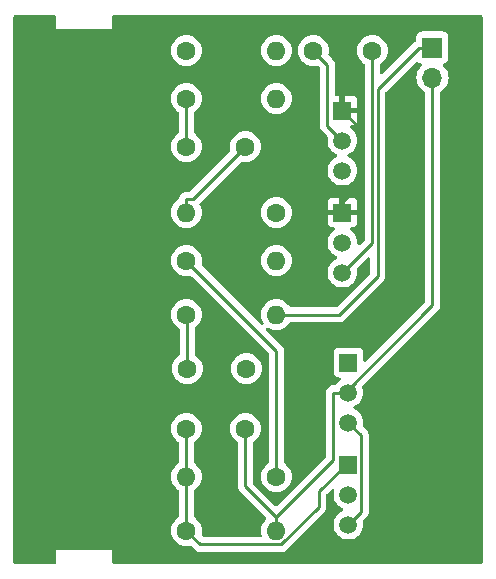
<source format=gbr>
G04 #@! TF.GenerationSoftware,KiCad,Pcbnew,8.0.1*
G04 #@! TF.CreationDate,2024-06-18T21:20:24-04:00*
G04 #@! TF.ProjectId,OdysseyDaughterCardFlipFlop,4f647973-7365-4794-9461-756768746572,1.2*
G04 #@! TF.SameCoordinates,Original*
G04 #@! TF.FileFunction,Copper,L1,Top*
G04 #@! TF.FilePolarity,Positive*
%FSLAX46Y46*%
G04 Gerber Fmt 4.6, Leading zero omitted, Abs format (unit mm)*
G04 Created by KiCad (PCBNEW 8.0.1) date 2024-06-18 21:20:24*
%MOMM*%
%LPD*%
G01*
G04 APERTURE LIST*
G04 #@! TA.AperFunction,ComponentPad*
%ADD10C,1.600000*%
G04 #@! TD*
G04 #@! TA.AperFunction,ComponentPad*
%ADD11R,1.500000X1.500000*%
G04 #@! TD*
G04 #@! TA.AperFunction,ComponentPad*
%ADD12C,1.500000*%
G04 #@! TD*
G04 #@! TA.AperFunction,ComponentPad*
%ADD13O,1.600000X1.600000*%
G04 #@! TD*
G04 #@! TA.AperFunction,ComponentPad*
%ADD14R,1.700000X1.700000*%
G04 #@! TD*
G04 #@! TA.AperFunction,ComponentPad*
%ADD15O,1.700000X1.700000*%
G04 #@! TD*
G04 #@! TA.AperFunction,Conductor*
%ADD16C,0.250000*%
G04 #@! TD*
G04 APERTURE END LIST*
D10*
X137160000Y-88900000D03*
X142160000Y-88900000D03*
X152908000Y-80772000D03*
X147908000Y-80772000D03*
X142240000Y-107696000D03*
X137240000Y-107696000D03*
X137160000Y-112776000D03*
X142160000Y-112776000D03*
D11*
X150368000Y-85852000D03*
D12*
X150368000Y-88392000D03*
X150368000Y-90932000D03*
D11*
X150368000Y-94488000D03*
D12*
X150368000Y-97028000D03*
X150368000Y-99568000D03*
D11*
X150876000Y-107188000D03*
D12*
X150876000Y-109728000D03*
X150876000Y-112268000D03*
D11*
X150876000Y-115824000D03*
D12*
X150876000Y-118364000D03*
X150876000Y-120904000D03*
D10*
X137160000Y-84836000D03*
D13*
X144780000Y-84836000D03*
D10*
X137160000Y-80772000D03*
D13*
X144780000Y-80772000D03*
D10*
X144780000Y-94488000D03*
D13*
X137160000Y-94488000D03*
D10*
X137160000Y-121412000D03*
D13*
X144780000Y-121412000D03*
D10*
X137160000Y-103124000D03*
D13*
X144780000Y-103124000D03*
D10*
X137160000Y-98552000D03*
D13*
X144780000Y-98552000D03*
D10*
X144780000Y-116840000D03*
D13*
X137160000Y-116840000D03*
D14*
X157988000Y-80518000D03*
D15*
X157988000Y-83058000D03*
D16*
X137697300Y-93362700D02*
X142160000Y-88900000D01*
X137160000Y-94488000D02*
X137160000Y-93362700D01*
X137160000Y-93362700D02*
X137697300Y-93362700D01*
X152908000Y-97028000D02*
X152908000Y-80772000D01*
X150368000Y-99568000D02*
X152908000Y-97028000D01*
X150114000Y-103124000D02*
X153358010Y-99879990D01*
X144780000Y-103124000D02*
X150114000Y-103124000D01*
X156888000Y-80518000D02*
X157988000Y-80518000D01*
X153358010Y-84047990D02*
X156888000Y-80518000D01*
X153358010Y-99879990D02*
X153358010Y-84047990D01*
X137160000Y-103124000D02*
X137240000Y-103204000D01*
X137240000Y-103204000D02*
X137240000Y-107696000D01*
X148364900Y-118090600D02*
X150631500Y-115824000D01*
X137160000Y-116840000D02*
X137160000Y-112776000D01*
X137160000Y-116840000D02*
X137160000Y-121412000D01*
X138341500Y-122593500D02*
X145199900Y-122593500D01*
X150631500Y-115824000D02*
X150876000Y-115824000D01*
X148364900Y-119428500D02*
X148364900Y-118090600D01*
X145199900Y-122593500D02*
X148364900Y-119428500D01*
X137160000Y-121412000D02*
X138341500Y-122593500D01*
X149606000Y-109728000D02*
X149606000Y-115460700D01*
X144780000Y-120286700D02*
X142160000Y-117666700D01*
X142160000Y-117666700D02*
X142160000Y-112776000D01*
X150606000Y-109728000D02*
X149606000Y-109728000D01*
X157988000Y-102346000D02*
X150606000Y-109728000D01*
X144780000Y-121412000D02*
X144780000Y-120286700D01*
X157988000Y-83058000D02*
X157988000Y-102346000D01*
X149606000Y-115460700D02*
X144780000Y-120286700D01*
X150368000Y-93637700D02*
X151765000Y-92240700D01*
X150368000Y-94488000D02*
X150368000Y-93637700D01*
X151765000Y-92240700D02*
X151765000Y-87249000D01*
X151765000Y-87249000D02*
X150368000Y-85852000D01*
X150876000Y-112268000D02*
X151951300Y-113343300D01*
X151951300Y-113343300D02*
X151951300Y-119828700D01*
X151951300Y-119828700D02*
X150876000Y-120904000D01*
X144780000Y-106172000D02*
X137160000Y-98552000D01*
X144780000Y-116840000D02*
X144780000Y-106172000D01*
X137160000Y-84836000D02*
X137160000Y-88900000D01*
X150368000Y-88392000D02*
X149098000Y-87122000D01*
X149098000Y-81962000D02*
X147908000Y-80772000D01*
X149098000Y-87122000D02*
X149098000Y-81962000D01*
G04 #@! TA.AperFunction,Conductor*
G36*
X126042539Y-77795185D02*
G01*
X126088294Y-77847989D01*
X126099500Y-77899500D01*
X126099500Y-78915018D01*
X126110994Y-78942767D01*
X126132233Y-78964006D01*
X126159982Y-78975500D01*
X126159984Y-78975500D01*
X130790016Y-78975500D01*
X130790018Y-78975500D01*
X130817767Y-78964006D01*
X130839006Y-78942767D01*
X130850500Y-78915018D01*
X130850500Y-77899500D01*
X130870185Y-77832461D01*
X130922989Y-77786706D01*
X130974500Y-77775500D01*
X162106500Y-77775500D01*
X162173539Y-77795185D01*
X162219294Y-77847989D01*
X162230500Y-77899500D01*
X162230500Y-124100500D01*
X162210815Y-124167539D01*
X162158011Y-124213294D01*
X162106500Y-124224500D01*
X130974500Y-124224500D01*
X130907461Y-124204815D01*
X130861706Y-124152011D01*
X130850500Y-124100500D01*
X130850500Y-123084983D01*
X130850500Y-123084982D01*
X130839006Y-123057233D01*
X130817767Y-123035994D01*
X130790018Y-123024500D01*
X126190018Y-123024500D01*
X126159982Y-123024500D01*
X126132231Y-123035995D01*
X126110995Y-123057231D01*
X126099500Y-123084982D01*
X126099500Y-124100500D01*
X126079815Y-124167539D01*
X126027011Y-124213294D01*
X125975500Y-124224500D01*
X122624500Y-124224500D01*
X122557461Y-124204815D01*
X122511706Y-124152011D01*
X122500500Y-124100500D01*
X122500500Y-121412001D01*
X135846502Y-121412001D01*
X135866456Y-121640081D01*
X135866457Y-121640089D01*
X135925714Y-121861238D01*
X135925718Y-121861249D01*
X135989513Y-121998057D01*
X136022477Y-122068749D01*
X136153802Y-122256300D01*
X136315700Y-122418198D01*
X136503251Y-122549523D01*
X136628091Y-122607736D01*
X136710750Y-122646281D01*
X136710752Y-122646281D01*
X136710757Y-122646284D01*
X136931913Y-122705543D01*
X137094832Y-122719796D01*
X137159998Y-122725498D01*
X137160000Y-122725498D01*
X137160002Y-122725498D01*
X137219013Y-122720335D01*
X137388087Y-122705543D01*
X137452657Y-122688241D01*
X137522506Y-122689904D01*
X137572431Y-122720335D01*
X137937663Y-123085568D01*
X137937667Y-123085571D01*
X138041418Y-123154896D01*
X138041424Y-123154899D01*
X138041425Y-123154900D01*
X138156715Y-123202655D01*
X138279101Y-123226999D01*
X138279105Y-123227000D01*
X138279106Y-123227000D01*
X145262295Y-123227000D01*
X145262296Y-123226999D01*
X145384685Y-123202655D01*
X145499975Y-123154900D01*
X145603733Y-123085571D01*
X148856971Y-119832333D01*
X148926300Y-119728575D01*
X148974055Y-119613285D01*
X148998400Y-119490894D01*
X148998400Y-119366106D01*
X148998400Y-118404366D01*
X149018085Y-118337327D01*
X149034719Y-118316685D01*
X149217862Y-118133542D01*
X149460258Y-117891145D01*
X149521579Y-117857662D01*
X149591270Y-117862646D01*
X149647204Y-117904517D01*
X149671621Y-117969982D01*
X149667712Y-118010922D01*
X149631885Y-118144626D01*
X149631884Y-118144634D01*
X149613655Y-118353004D01*
X149612693Y-118364000D01*
X149631885Y-118583371D01*
X149688880Y-118796076D01*
X149781944Y-118995654D01*
X149908251Y-119176038D01*
X150063962Y-119331749D01*
X150244346Y-119458056D01*
X150366572Y-119515050D01*
X150380656Y-119521618D01*
X150433095Y-119567790D01*
X150452247Y-119634984D01*
X150432031Y-119701865D01*
X150380656Y-119746382D01*
X150244346Y-119809944D01*
X150244342Y-119809946D01*
X150063967Y-119936247D01*
X150063960Y-119936252D01*
X149908252Y-120091960D01*
X149908247Y-120091967D01*
X149781946Y-120272342D01*
X149781944Y-120272346D01*
X149688881Y-120471920D01*
X149631885Y-120684627D01*
X149631884Y-120684634D01*
X149625706Y-120755252D01*
X149612693Y-120904000D01*
X149631885Y-121123371D01*
X149688880Y-121336076D01*
X149688881Y-121336079D01*
X149688882Y-121336081D01*
X149724284Y-121412001D01*
X149781944Y-121535654D01*
X149908251Y-121716038D01*
X150063962Y-121871749D01*
X150244346Y-121998056D01*
X150443924Y-122091120D01*
X150656629Y-122148115D01*
X150813322Y-122161823D01*
X150875998Y-122167307D01*
X150876000Y-122167307D01*
X150876002Y-122167307D01*
X150930842Y-122162509D01*
X151095371Y-122148115D01*
X151308076Y-122091120D01*
X151507654Y-121998056D01*
X151688038Y-121871749D01*
X151843749Y-121716038D01*
X151970056Y-121535654D01*
X152063120Y-121336076D01*
X152120115Y-121123371D01*
X152139307Y-120904000D01*
X152120115Y-120684629D01*
X152111417Y-120652168D01*
X152113078Y-120582319D01*
X152143506Y-120532396D01*
X152443371Y-120232533D01*
X152512700Y-120128775D01*
X152560455Y-120013485D01*
X152584800Y-119891094D01*
X152584800Y-119766306D01*
X152584800Y-113280906D01*
X152560455Y-113158515D01*
X152512700Y-113043225D01*
X152512699Y-113043224D01*
X152512696Y-113043218D01*
X152443372Y-112939468D01*
X152443371Y-112939467D01*
X152355133Y-112851229D01*
X152143510Y-112639606D01*
X152110025Y-112578283D01*
X152111416Y-112519831D01*
X152120115Y-112487371D01*
X152139307Y-112268000D01*
X152120115Y-112048629D01*
X152063120Y-111835924D01*
X151970056Y-111636347D01*
X151970054Y-111636344D01*
X151970053Y-111636342D01*
X151848328Y-111462502D01*
X151843749Y-111455962D01*
X151688038Y-111300251D01*
X151507654Y-111173944D01*
X151371344Y-111110382D01*
X151318904Y-111064210D01*
X151299752Y-110997017D01*
X151319967Y-110930135D01*
X151371344Y-110885618D01*
X151387362Y-110878148D01*
X151507654Y-110822056D01*
X151688038Y-110695749D01*
X151843749Y-110540038D01*
X151970056Y-110359654D01*
X152063120Y-110160076D01*
X152120115Y-109947371D01*
X152139307Y-109728000D01*
X152120115Y-109508629D01*
X152063120Y-109295924D01*
X152058745Y-109286541D01*
X152048253Y-109217464D01*
X152076773Y-109153680D01*
X152083433Y-109146469D01*
X158480072Y-102749833D01*
X158549401Y-102646075D01*
X158597155Y-102530784D01*
X158600326Y-102514845D01*
X158605169Y-102490500D01*
X158621499Y-102408398D01*
X158621500Y-102408395D01*
X158621500Y-84333729D01*
X158641185Y-84266690D01*
X158686484Y-84224674D01*
X158733566Y-84199195D01*
X158733569Y-84199192D01*
X158733576Y-84199189D01*
X158911240Y-84060906D01*
X159063722Y-83895268D01*
X159186860Y-83706791D01*
X159277296Y-83500616D01*
X159332564Y-83282368D01*
X159351156Y-83058000D01*
X159332564Y-82833632D01*
X159277296Y-82615384D01*
X159186860Y-82409209D01*
X159063722Y-82220732D01*
X159063719Y-82220729D01*
X159063715Y-82220723D01*
X158918510Y-82062991D01*
X158887587Y-82000337D01*
X158895447Y-81930911D01*
X158939594Y-81876755D01*
X158966405Y-81862827D01*
X159046584Y-81832920D01*
X159084204Y-81818889D01*
X159201261Y-81731261D01*
X159288889Y-81614204D01*
X159339989Y-81477201D01*
X159345198Y-81428749D01*
X159346499Y-81416654D01*
X159346500Y-81416637D01*
X159346500Y-79619362D01*
X159346499Y-79619345D01*
X159343157Y-79588270D01*
X159339989Y-79558799D01*
X159332125Y-79537716D01*
X159310022Y-79478456D01*
X159288889Y-79421796D01*
X159201261Y-79304739D01*
X159084204Y-79217111D01*
X158947203Y-79166011D01*
X158886654Y-79159500D01*
X158886638Y-79159500D01*
X157089362Y-79159500D01*
X157089345Y-79159500D01*
X157028797Y-79166011D01*
X157028795Y-79166011D01*
X156891795Y-79217111D01*
X156774739Y-79304739D01*
X156687111Y-79421795D01*
X156636011Y-79558795D01*
X156636011Y-79558797D01*
X156629500Y-79619345D01*
X156629500Y-79862539D01*
X156609815Y-79929578D01*
X156574391Y-79965641D01*
X156484167Y-80025927D01*
X156484163Y-80025930D01*
X153753181Y-82756913D01*
X153691858Y-82790398D01*
X153622166Y-82785414D01*
X153566233Y-82743542D01*
X153541816Y-82678078D01*
X153541500Y-82669232D01*
X153541500Y-81990352D01*
X153561185Y-81923313D01*
X153594373Y-81888779D01*
X153752300Y-81778198D01*
X153914198Y-81616300D01*
X154045523Y-81428749D01*
X154142284Y-81221243D01*
X154201543Y-81000087D01*
X154221498Y-80772000D01*
X154201543Y-80543913D01*
X154142284Y-80322757D01*
X154045523Y-80115251D01*
X153914198Y-79927700D01*
X153752300Y-79765802D01*
X153564749Y-79634477D01*
X153532335Y-79619362D01*
X153357249Y-79537718D01*
X153357238Y-79537714D01*
X153136089Y-79478457D01*
X153136081Y-79478456D01*
X152908002Y-79458502D01*
X152907998Y-79458502D01*
X152679918Y-79478456D01*
X152679910Y-79478457D01*
X152458761Y-79537714D01*
X152458750Y-79537718D01*
X152251254Y-79634475D01*
X152251252Y-79634476D01*
X152251251Y-79634477D01*
X152063700Y-79765802D01*
X152063698Y-79765803D01*
X152063695Y-79765806D01*
X151901806Y-79927695D01*
X151901803Y-79927698D01*
X151901802Y-79927700D01*
X151833023Y-80025927D01*
X151770476Y-80115252D01*
X151770475Y-80115254D01*
X151673718Y-80322750D01*
X151673714Y-80322761D01*
X151614457Y-80543910D01*
X151614456Y-80543918D01*
X151594502Y-80771998D01*
X151594502Y-80772001D01*
X151614456Y-81000081D01*
X151614457Y-81000089D01*
X151673714Y-81221238D01*
X151673718Y-81221249D01*
X151764837Y-81416654D01*
X151770477Y-81428749D01*
X151901802Y-81616300D01*
X152063700Y-81778198D01*
X152221625Y-81888779D01*
X152265249Y-81943354D01*
X152274500Y-81990352D01*
X152274500Y-96714233D01*
X152254815Y-96781272D01*
X152238181Y-96801914D01*
X151835700Y-97204395D01*
X151774377Y-97237880D01*
X151704685Y-97232896D01*
X151648752Y-97191024D01*
X151624335Y-97125560D01*
X151624491Y-97105906D01*
X151631307Y-97028000D01*
X151631307Y-97027997D01*
X151612115Y-96808634D01*
X151612115Y-96808629D01*
X151555120Y-96595924D01*
X151462056Y-96396347D01*
X151462054Y-96396344D01*
X151462053Y-96396342D01*
X151398902Y-96306154D01*
X151335749Y-96215962D01*
X151180038Y-96060251D01*
X151041970Y-95963574D01*
X150998346Y-95908997D01*
X150991154Y-95839499D01*
X151022676Y-95777144D01*
X151082906Y-95741731D01*
X151113095Y-95738000D01*
X151165828Y-95738000D01*
X151165844Y-95737999D01*
X151225372Y-95731598D01*
X151225379Y-95731596D01*
X151360086Y-95681354D01*
X151360093Y-95681350D01*
X151475187Y-95595190D01*
X151475190Y-95595187D01*
X151561350Y-95480093D01*
X151561354Y-95480086D01*
X151611596Y-95345379D01*
X151611598Y-95345372D01*
X151617999Y-95285844D01*
X151618000Y-95285827D01*
X151618000Y-94738000D01*
X150683686Y-94738000D01*
X150688080Y-94733606D01*
X150740741Y-94642394D01*
X150768000Y-94540661D01*
X150768000Y-94435339D01*
X150740741Y-94333606D01*
X150688080Y-94242394D01*
X150683686Y-94238000D01*
X151618000Y-94238000D01*
X151618000Y-93690172D01*
X151617999Y-93690155D01*
X151611598Y-93630627D01*
X151611596Y-93630620D01*
X151561354Y-93495913D01*
X151561350Y-93495906D01*
X151475190Y-93380812D01*
X151475187Y-93380809D01*
X151360093Y-93294649D01*
X151360086Y-93294645D01*
X151225379Y-93244403D01*
X151225372Y-93244401D01*
X151165844Y-93238000D01*
X150618000Y-93238000D01*
X150618000Y-94172314D01*
X150613606Y-94167920D01*
X150522394Y-94115259D01*
X150420661Y-94088000D01*
X150315339Y-94088000D01*
X150213606Y-94115259D01*
X150122394Y-94167920D01*
X150118000Y-94172314D01*
X150118000Y-93238000D01*
X149570155Y-93238000D01*
X149510627Y-93244401D01*
X149510620Y-93244403D01*
X149375913Y-93294645D01*
X149375906Y-93294649D01*
X149260812Y-93380809D01*
X149260809Y-93380812D01*
X149174649Y-93495906D01*
X149174645Y-93495913D01*
X149124403Y-93630620D01*
X149124401Y-93630627D01*
X149118000Y-93690155D01*
X149118000Y-94238000D01*
X150052314Y-94238000D01*
X150047920Y-94242394D01*
X149995259Y-94333606D01*
X149968000Y-94435339D01*
X149968000Y-94540661D01*
X149995259Y-94642394D01*
X150047920Y-94733606D01*
X150052314Y-94738000D01*
X149118000Y-94738000D01*
X149118000Y-95285844D01*
X149124401Y-95345372D01*
X149124403Y-95345379D01*
X149174645Y-95480086D01*
X149174649Y-95480093D01*
X149260809Y-95595187D01*
X149260812Y-95595190D01*
X149375906Y-95681350D01*
X149375913Y-95681354D01*
X149510620Y-95731596D01*
X149510627Y-95731598D01*
X149570155Y-95737999D01*
X149570172Y-95738000D01*
X149622906Y-95738000D01*
X149689945Y-95757685D01*
X149735700Y-95810489D01*
X149745644Y-95879647D01*
X149716619Y-95943203D01*
X149694029Y-95963575D01*
X149555967Y-96060247D01*
X149555960Y-96060252D01*
X149400252Y-96215960D01*
X149400247Y-96215967D01*
X149273946Y-96396342D01*
X149273944Y-96396346D01*
X149180881Y-96595920D01*
X149123885Y-96808627D01*
X149123884Y-96808634D01*
X149104693Y-97027997D01*
X149104693Y-97028002D01*
X149123884Y-97247365D01*
X149123885Y-97247372D01*
X149140339Y-97308777D01*
X149180880Y-97460076D01*
X149273944Y-97659654D01*
X149400251Y-97840038D01*
X149555962Y-97995749D01*
X149736346Y-98122056D01*
X149858572Y-98179050D01*
X149872656Y-98185618D01*
X149925095Y-98231790D01*
X149944247Y-98298984D01*
X149924031Y-98365865D01*
X149872656Y-98410382D01*
X149736346Y-98473944D01*
X149736342Y-98473946D01*
X149555967Y-98600247D01*
X149555960Y-98600252D01*
X149400252Y-98755960D01*
X149400247Y-98755967D01*
X149273946Y-98936342D01*
X149273944Y-98936346D01*
X149180881Y-99135920D01*
X149123885Y-99348627D01*
X149123884Y-99348634D01*
X149104693Y-99567997D01*
X149104693Y-99568002D01*
X149123789Y-99786284D01*
X149123885Y-99787371D01*
X149180880Y-100000076D01*
X149180881Y-100000079D01*
X149180882Y-100000081D01*
X149264812Y-100180071D01*
X149273944Y-100199654D01*
X149400251Y-100380038D01*
X149555962Y-100535749D01*
X149736346Y-100662056D01*
X149935924Y-100755120D01*
X150148629Y-100812115D01*
X150305322Y-100825823D01*
X150367998Y-100831307D01*
X150368000Y-100831307D01*
X150368002Y-100831307D01*
X150422842Y-100826509D01*
X150587371Y-100812115D01*
X150800076Y-100755120D01*
X150999654Y-100662056D01*
X151180038Y-100535749D01*
X151335749Y-100380038D01*
X151462056Y-100199654D01*
X151555120Y-100000076D01*
X151612115Y-99787371D01*
X151631307Y-99568000D01*
X151630449Y-99558198D01*
X151627316Y-99522391D01*
X151612115Y-99348629D01*
X151603417Y-99316168D01*
X151605078Y-99246319D01*
X151635508Y-99196394D01*
X152512830Y-98319073D01*
X152574152Y-98285589D01*
X152643844Y-98290573D01*
X152699777Y-98332445D01*
X152724194Y-98397909D01*
X152724510Y-98406755D01*
X152724510Y-99566224D01*
X152704825Y-99633263D01*
X152688191Y-99653905D01*
X149887915Y-102454181D01*
X149826592Y-102487666D01*
X149800234Y-102490500D01*
X145998352Y-102490500D01*
X145931313Y-102470815D01*
X145896779Y-102437626D01*
X145786198Y-102279700D01*
X145624300Y-102117802D01*
X145436749Y-101986477D01*
X145436745Y-101986475D01*
X145229249Y-101889718D01*
X145229238Y-101889714D01*
X145008089Y-101830457D01*
X145008081Y-101830456D01*
X144780002Y-101810502D01*
X144779998Y-101810502D01*
X144551918Y-101830456D01*
X144551910Y-101830457D01*
X144330761Y-101889714D01*
X144330750Y-101889718D01*
X144123254Y-101986475D01*
X144123252Y-101986476D01*
X144123251Y-101986477D01*
X143935700Y-102117802D01*
X143935698Y-102117803D01*
X143935695Y-102117806D01*
X143773806Y-102279695D01*
X143642476Y-102467252D01*
X143642475Y-102467254D01*
X143545718Y-102674750D01*
X143545714Y-102674761D01*
X143486457Y-102895910D01*
X143486456Y-102895918D01*
X143466502Y-103123998D01*
X143466502Y-103124001D01*
X143486456Y-103352081D01*
X143486457Y-103352089D01*
X143545714Y-103573238D01*
X143545718Y-103573249D01*
X143642475Y-103780745D01*
X143642477Y-103780749D01*
X143665282Y-103813318D01*
X143687609Y-103879523D01*
X143670599Y-103947291D01*
X143619651Y-103995104D01*
X143550942Y-104007782D01*
X143486285Y-103981301D01*
X143476026Y-103972122D01*
X138468335Y-98964431D01*
X138434850Y-98903108D01*
X138436240Y-98844658D01*
X138453543Y-98780087D01*
X138473498Y-98552001D01*
X143466502Y-98552001D01*
X143486456Y-98780081D01*
X143486457Y-98780089D01*
X143545714Y-99001238D01*
X143545718Y-99001249D01*
X143608518Y-99135924D01*
X143642477Y-99208749D01*
X143773802Y-99396300D01*
X143935700Y-99558198D01*
X144123251Y-99689523D01*
X144248091Y-99747736D01*
X144330750Y-99786281D01*
X144330752Y-99786281D01*
X144330757Y-99786284D01*
X144551913Y-99845543D01*
X144714832Y-99859796D01*
X144779998Y-99865498D01*
X144780000Y-99865498D01*
X144780002Y-99865498D01*
X144839013Y-99860335D01*
X145008087Y-99845543D01*
X145229243Y-99786284D01*
X145436749Y-99689523D01*
X145624300Y-99558198D01*
X145786198Y-99396300D01*
X145917523Y-99208749D01*
X146014284Y-99001243D01*
X146073543Y-98780087D01*
X146093498Y-98552000D01*
X146073543Y-98323913D01*
X146014284Y-98102757D01*
X145917523Y-97895251D01*
X145786198Y-97707700D01*
X145624300Y-97545802D01*
X145436749Y-97414477D01*
X145436745Y-97414475D01*
X145229249Y-97317718D01*
X145229238Y-97317714D01*
X145008089Y-97258457D01*
X145008081Y-97258456D01*
X144780002Y-97238502D01*
X144779998Y-97238502D01*
X144551918Y-97258456D01*
X144551910Y-97258457D01*
X144330761Y-97317714D01*
X144330750Y-97317718D01*
X144123254Y-97414475D01*
X144123252Y-97414476D01*
X144123251Y-97414477D01*
X143935700Y-97545802D01*
X143935698Y-97545803D01*
X143935695Y-97545806D01*
X143773806Y-97707695D01*
X143642476Y-97895252D01*
X143642475Y-97895254D01*
X143545718Y-98102750D01*
X143545714Y-98102761D01*
X143486457Y-98323910D01*
X143486456Y-98323918D01*
X143466502Y-98551998D01*
X143466502Y-98552001D01*
X138473498Y-98552001D01*
X138473498Y-98552000D01*
X138453543Y-98323913D01*
X138394284Y-98102757D01*
X138297523Y-97895251D01*
X138166198Y-97707700D01*
X138004300Y-97545802D01*
X137816749Y-97414477D01*
X137816745Y-97414475D01*
X137609249Y-97317718D01*
X137609238Y-97317714D01*
X137388089Y-97258457D01*
X137388081Y-97258456D01*
X137160002Y-97238502D01*
X137159998Y-97238502D01*
X136931918Y-97258456D01*
X136931910Y-97258457D01*
X136710761Y-97317714D01*
X136710750Y-97317718D01*
X136503254Y-97414475D01*
X136503252Y-97414476D01*
X136503251Y-97414477D01*
X136315700Y-97545802D01*
X136315698Y-97545803D01*
X136315695Y-97545806D01*
X136153806Y-97707695D01*
X136022476Y-97895252D01*
X136022475Y-97895254D01*
X135925718Y-98102750D01*
X135925714Y-98102761D01*
X135866457Y-98323910D01*
X135866456Y-98323918D01*
X135846502Y-98551998D01*
X135846502Y-98552001D01*
X135866456Y-98780081D01*
X135866457Y-98780089D01*
X135925714Y-99001238D01*
X135925718Y-99001249D01*
X135988518Y-99135924D01*
X136022477Y-99208749D01*
X136153802Y-99396300D01*
X136315700Y-99558198D01*
X136503251Y-99689523D01*
X136628091Y-99747736D01*
X136710750Y-99786281D01*
X136710752Y-99786281D01*
X136710757Y-99786284D01*
X136931913Y-99845543D01*
X137094832Y-99859796D01*
X137159998Y-99865498D01*
X137160000Y-99865498D01*
X137160002Y-99865498D01*
X137219013Y-99860335D01*
X137388087Y-99845543D01*
X137452657Y-99828241D01*
X137522506Y-99829904D01*
X137572431Y-99860335D01*
X144110181Y-106398085D01*
X144143666Y-106459408D01*
X144146500Y-106485766D01*
X144146500Y-115621647D01*
X144126815Y-115688686D01*
X144093624Y-115723221D01*
X143935699Y-115833802D01*
X143773806Y-115995695D01*
X143642476Y-116183252D01*
X143642475Y-116183254D01*
X143545718Y-116390750D01*
X143545714Y-116390761D01*
X143486457Y-116611910D01*
X143486456Y-116611918D01*
X143466502Y-116839998D01*
X143466502Y-116840001D01*
X143486456Y-117068081D01*
X143486457Y-117068089D01*
X143545714Y-117289238D01*
X143545718Y-117289249D01*
X143595614Y-117396251D01*
X143642477Y-117496749D01*
X143773802Y-117684300D01*
X143935700Y-117846198D01*
X144123251Y-117977523D01*
X144248091Y-118035736D01*
X144330750Y-118074281D01*
X144330752Y-118074281D01*
X144330757Y-118074284D01*
X144551913Y-118133543D01*
X144714832Y-118147796D01*
X144779998Y-118153498D01*
X144780000Y-118153498D01*
X144780002Y-118153498D01*
X144837021Y-118148509D01*
X145008087Y-118133543D01*
X145229243Y-118074284D01*
X145436749Y-117977523D01*
X145624300Y-117846198D01*
X145786198Y-117684300D01*
X145917523Y-117496749D01*
X146014284Y-117289243D01*
X146073543Y-117068087D01*
X146093498Y-116840000D01*
X146073543Y-116611913D01*
X146014284Y-116390757D01*
X145917523Y-116183251D01*
X145786198Y-115995700D01*
X145624300Y-115833802D01*
X145466376Y-115723221D01*
X145422751Y-115668644D01*
X145413500Y-115621647D01*
X145413500Y-106109605D01*
X145413499Y-106109601D01*
X145389155Y-105987215D01*
X145341400Y-105871925D01*
X145341399Y-105871924D01*
X145341396Y-105871918D01*
X145272072Y-105768168D01*
X145272071Y-105768167D01*
X145183833Y-105679929D01*
X143931877Y-104427973D01*
X143898392Y-104366650D01*
X143903376Y-104296958D01*
X143945248Y-104241025D01*
X144010712Y-104216608D01*
X144078985Y-104231460D01*
X144090682Y-104238718D01*
X144123244Y-104261519D01*
X144123248Y-104261521D01*
X144123251Y-104261523D01*
X144154898Y-104276280D01*
X144330750Y-104358281D01*
X144330752Y-104358281D01*
X144330757Y-104358284D01*
X144551913Y-104417543D01*
X144714832Y-104431796D01*
X144779998Y-104437498D01*
X144780000Y-104437498D01*
X144780002Y-104437498D01*
X144837021Y-104432509D01*
X145008087Y-104417543D01*
X145229243Y-104358284D01*
X145436749Y-104261523D01*
X145624300Y-104130198D01*
X145786198Y-103968300D01*
X145896779Y-103810374D01*
X145951354Y-103766751D01*
X145998352Y-103757500D01*
X150176395Y-103757500D01*
X150176396Y-103757499D01*
X150298785Y-103733155D01*
X150414075Y-103685400D01*
X150517833Y-103616071D01*
X153850081Y-100283823D01*
X153919410Y-100180065D01*
X153967165Y-100064775D01*
X153991510Y-99942384D01*
X153991510Y-99817596D01*
X153991510Y-84361756D01*
X154011195Y-84294717D01*
X154027829Y-84274075D01*
X155243910Y-83057994D01*
X156586175Y-81715728D01*
X156647496Y-81682245D01*
X156717188Y-81687229D01*
X156768111Y-81725346D01*
X156768468Y-81724990D01*
X156770948Y-81727470D01*
X156773116Y-81729093D01*
X156774739Y-81731261D01*
X156891796Y-81818889D01*
X156943737Y-81838262D01*
X157009595Y-81862827D01*
X157065528Y-81904699D01*
X157089944Y-81970163D01*
X157075092Y-82038436D01*
X157057490Y-82062991D01*
X156912279Y-82220730D01*
X156912276Y-82220734D01*
X156789140Y-82409207D01*
X156698703Y-82615385D01*
X156643436Y-82833628D01*
X156643434Y-82833640D01*
X156624844Y-83057994D01*
X156624844Y-83058005D01*
X156643434Y-83282359D01*
X156643436Y-83282371D01*
X156698703Y-83500614D01*
X156789140Y-83706792D01*
X156912276Y-83895265D01*
X156912284Y-83895276D01*
X157064756Y-84060902D01*
X157064760Y-84060906D01*
X157242424Y-84199189D01*
X157242426Y-84199190D01*
X157242433Y-84199195D01*
X157289516Y-84224674D01*
X157339107Y-84273892D01*
X157354500Y-84333729D01*
X157354500Y-102032233D01*
X157334815Y-102099272D01*
X157318181Y-102119914D01*
X152346181Y-107091914D01*
X152284858Y-107125399D01*
X152215166Y-107120415D01*
X152159233Y-107078543D01*
X152134816Y-107013079D01*
X152134500Y-107004233D01*
X152134500Y-106389362D01*
X152134499Y-106389345D01*
X152131157Y-106358270D01*
X152127989Y-106328799D01*
X152076889Y-106191796D01*
X151989261Y-106074739D01*
X151872204Y-105987111D01*
X151735203Y-105936011D01*
X151674654Y-105929500D01*
X151674638Y-105929500D01*
X150077362Y-105929500D01*
X150077345Y-105929500D01*
X150016797Y-105936011D01*
X150016795Y-105936011D01*
X149879795Y-105987111D01*
X149762739Y-106074739D01*
X149675111Y-106191795D01*
X149624011Y-106328795D01*
X149624011Y-106328797D01*
X149617500Y-106389345D01*
X149617500Y-107986654D01*
X149624011Y-108047202D01*
X149624011Y-108047204D01*
X149660577Y-108145238D01*
X149675111Y-108184204D01*
X149762739Y-108301261D01*
X149879796Y-108388889D01*
X150016799Y-108439989D01*
X150044050Y-108442918D01*
X150077345Y-108446499D01*
X150077362Y-108446500D01*
X150118767Y-108446500D01*
X150185806Y-108466185D01*
X150231561Y-108518989D01*
X150241505Y-108588147D01*
X150212480Y-108651703D01*
X150189890Y-108672075D01*
X150063966Y-108760247D01*
X150063960Y-108760252D01*
X149908255Y-108915957D01*
X149908252Y-108915960D01*
X149908251Y-108915962D01*
X149820260Y-109041625D01*
X149765684Y-109085249D01*
X149718687Y-109094500D01*
X149543601Y-109094500D01*
X149421222Y-109118843D01*
X149421214Y-109118845D01*
X149305927Y-109166598D01*
X149305918Y-109166603D01*
X149202167Y-109235928D01*
X149202163Y-109235931D01*
X149113931Y-109324163D01*
X149113928Y-109324167D01*
X149044603Y-109427918D01*
X149044598Y-109427927D01*
X148996845Y-109543214D01*
X148996843Y-109543222D01*
X148972500Y-109665601D01*
X148972500Y-115146933D01*
X148952815Y-115213972D01*
X148936181Y-115234614D01*
X144867681Y-119303114D01*
X144806358Y-119336599D01*
X144736666Y-119331615D01*
X144692319Y-119303114D01*
X142829819Y-117440614D01*
X142796334Y-117379291D01*
X142793500Y-117352933D01*
X142793500Y-113994352D01*
X142813185Y-113927313D01*
X142846373Y-113892779D01*
X143004300Y-113782198D01*
X143166198Y-113620300D01*
X143297523Y-113432749D01*
X143394284Y-113225243D01*
X143453543Y-113004087D01*
X143473498Y-112776000D01*
X143453543Y-112547913D01*
X143394284Y-112326757D01*
X143297523Y-112119251D01*
X143166198Y-111931700D01*
X143004300Y-111769802D01*
X142816749Y-111638477D01*
X142812179Y-111636346D01*
X142609249Y-111541718D01*
X142609238Y-111541714D01*
X142388089Y-111482457D01*
X142388081Y-111482456D01*
X142160002Y-111462502D01*
X142159998Y-111462502D01*
X141931918Y-111482456D01*
X141931910Y-111482457D01*
X141710761Y-111541714D01*
X141710750Y-111541718D01*
X141503254Y-111638475D01*
X141503252Y-111638476D01*
X141503251Y-111638477D01*
X141315700Y-111769802D01*
X141315698Y-111769803D01*
X141315695Y-111769806D01*
X141153806Y-111931695D01*
X141022476Y-112119252D01*
X141022475Y-112119254D01*
X140925718Y-112326750D01*
X140925714Y-112326761D01*
X140866457Y-112547910D01*
X140866456Y-112547918D01*
X140846502Y-112775998D01*
X140846502Y-112776001D01*
X140866456Y-113004081D01*
X140866457Y-113004089D01*
X140925714Y-113225238D01*
X140925718Y-113225249D01*
X141021987Y-113431698D01*
X141022477Y-113432749D01*
X141153802Y-113620300D01*
X141315700Y-113782198D01*
X141473625Y-113892779D01*
X141517249Y-113947354D01*
X141526500Y-113994352D01*
X141526500Y-117729098D01*
X141550843Y-117851477D01*
X141550845Y-117851485D01*
X141598598Y-117966772D01*
X141598603Y-117966781D01*
X141667928Y-118070532D01*
X141667931Y-118070536D01*
X143881767Y-120284372D01*
X143915252Y-120345695D01*
X143910268Y-120415387D01*
X143881768Y-120459734D01*
X143773803Y-120567699D01*
X143642476Y-120755252D01*
X143642475Y-120755254D01*
X143545718Y-120962750D01*
X143545714Y-120962761D01*
X143486457Y-121183910D01*
X143486456Y-121183918D01*
X143466502Y-121411998D01*
X143466502Y-121412001D01*
X143486456Y-121640081D01*
X143486457Y-121640088D01*
X143501500Y-121696229D01*
X143530352Y-121803907D01*
X143528690Y-121873756D01*
X143489528Y-121931619D01*
X143425299Y-121959123D01*
X143410578Y-121960000D01*
X138655266Y-121960000D01*
X138588227Y-121940315D01*
X138567585Y-121923681D01*
X138468335Y-121824431D01*
X138434850Y-121763108D01*
X138436240Y-121704658D01*
X138453543Y-121640087D01*
X138473498Y-121412000D01*
X138453543Y-121183913D01*
X138394284Y-120962757D01*
X138368987Y-120908508D01*
X138355736Y-120880091D01*
X138297523Y-120755251D01*
X138166198Y-120567700D01*
X138004300Y-120405802D01*
X137993743Y-120398410D01*
X137846376Y-120295221D01*
X137802751Y-120240644D01*
X137793500Y-120193647D01*
X137793500Y-118058352D01*
X137813185Y-117991313D01*
X137846373Y-117956779D01*
X138004300Y-117846198D01*
X138166198Y-117684300D01*
X138297523Y-117496749D01*
X138394284Y-117289243D01*
X138453543Y-117068087D01*
X138473498Y-116840000D01*
X138453543Y-116611913D01*
X138394284Y-116390757D01*
X138297523Y-116183251D01*
X138166198Y-115995700D01*
X138004300Y-115833802D01*
X137846376Y-115723221D01*
X137802751Y-115668644D01*
X137793500Y-115621647D01*
X137793500Y-113994352D01*
X137813185Y-113927313D01*
X137846373Y-113892779D01*
X138004300Y-113782198D01*
X138166198Y-113620300D01*
X138297523Y-113432749D01*
X138394284Y-113225243D01*
X138453543Y-113004087D01*
X138473498Y-112776000D01*
X138453543Y-112547913D01*
X138394284Y-112326757D01*
X138297523Y-112119251D01*
X138166198Y-111931700D01*
X138004300Y-111769802D01*
X137816749Y-111638477D01*
X137812179Y-111636346D01*
X137609249Y-111541718D01*
X137609238Y-111541714D01*
X137388089Y-111482457D01*
X137388081Y-111482456D01*
X137160002Y-111462502D01*
X137159998Y-111462502D01*
X136931918Y-111482456D01*
X136931910Y-111482457D01*
X136710761Y-111541714D01*
X136710750Y-111541718D01*
X136503254Y-111638475D01*
X136503252Y-111638476D01*
X136503251Y-111638477D01*
X136315700Y-111769802D01*
X136315698Y-111769803D01*
X136315695Y-111769806D01*
X136153806Y-111931695D01*
X136022476Y-112119252D01*
X136022475Y-112119254D01*
X135925718Y-112326750D01*
X135925714Y-112326761D01*
X135866457Y-112547910D01*
X135866456Y-112547918D01*
X135846502Y-112775998D01*
X135846502Y-112776001D01*
X135866456Y-113004081D01*
X135866457Y-113004089D01*
X135925714Y-113225238D01*
X135925718Y-113225249D01*
X136021987Y-113431698D01*
X136022477Y-113432749D01*
X136153802Y-113620300D01*
X136315700Y-113782198D01*
X136473625Y-113892779D01*
X136517249Y-113947354D01*
X136526500Y-113994352D01*
X136526500Y-115621647D01*
X136506815Y-115688686D01*
X136473624Y-115723221D01*
X136315699Y-115833802D01*
X136153806Y-115995695D01*
X136022476Y-116183252D01*
X136022475Y-116183254D01*
X135925718Y-116390750D01*
X135925714Y-116390761D01*
X135866457Y-116611910D01*
X135866456Y-116611918D01*
X135846502Y-116839998D01*
X135846502Y-116840001D01*
X135866456Y-117068081D01*
X135866457Y-117068089D01*
X135925714Y-117289238D01*
X135925718Y-117289249D01*
X135975614Y-117396251D01*
X136022477Y-117496749D01*
X136153802Y-117684300D01*
X136315700Y-117846198D01*
X136473625Y-117956779D01*
X136517249Y-118011354D01*
X136526500Y-118058352D01*
X136526500Y-120193647D01*
X136506815Y-120260686D01*
X136473624Y-120295221D01*
X136315699Y-120405802D01*
X136153806Y-120567695D01*
X136022476Y-120755252D01*
X136022475Y-120755254D01*
X135925718Y-120962750D01*
X135925714Y-120962761D01*
X135866457Y-121183910D01*
X135866456Y-121183918D01*
X135846502Y-121411998D01*
X135846502Y-121412001D01*
X122500500Y-121412001D01*
X122500500Y-103124001D01*
X135846502Y-103124001D01*
X135866456Y-103352081D01*
X135866457Y-103352089D01*
X135925714Y-103573238D01*
X135925718Y-103573249D01*
X136022475Y-103780745D01*
X136022477Y-103780749D01*
X136153802Y-103968300D01*
X136315700Y-104130198D01*
X136503251Y-104261523D01*
X136534906Y-104276283D01*
X136587342Y-104322451D01*
X136606500Y-104388664D01*
X136606500Y-106477647D01*
X136586815Y-106544686D01*
X136553624Y-106579221D01*
X136395699Y-106689802D01*
X136233806Y-106851695D01*
X136102476Y-107039252D01*
X136102475Y-107039254D01*
X136005718Y-107246750D01*
X136005714Y-107246761D01*
X135946457Y-107467910D01*
X135946456Y-107467918D01*
X135926502Y-107695998D01*
X135926502Y-107696001D01*
X135946456Y-107924081D01*
X135946457Y-107924089D01*
X136005714Y-108145238D01*
X136005718Y-108145249D01*
X136078467Y-108301260D01*
X136102477Y-108352749D01*
X136233802Y-108540300D01*
X136395700Y-108702198D01*
X136583251Y-108833523D01*
X136708091Y-108891736D01*
X136790750Y-108930281D01*
X136790752Y-108930281D01*
X136790757Y-108930284D01*
X137011913Y-108989543D01*
X137174832Y-109003796D01*
X137239998Y-109009498D01*
X137240000Y-109009498D01*
X137240002Y-109009498D01*
X137297021Y-109004509D01*
X137468087Y-108989543D01*
X137689243Y-108930284D01*
X137896749Y-108833523D01*
X138084300Y-108702198D01*
X138246198Y-108540300D01*
X138377523Y-108352749D01*
X138474284Y-108145243D01*
X138533543Y-107924087D01*
X138553498Y-107696001D01*
X140926502Y-107696001D01*
X140946456Y-107924081D01*
X140946457Y-107924089D01*
X141005714Y-108145238D01*
X141005718Y-108145249D01*
X141078467Y-108301260D01*
X141102477Y-108352749D01*
X141233802Y-108540300D01*
X141395700Y-108702198D01*
X141583251Y-108833523D01*
X141708091Y-108891736D01*
X141790750Y-108930281D01*
X141790752Y-108930281D01*
X141790757Y-108930284D01*
X142011913Y-108989543D01*
X142174832Y-109003796D01*
X142239998Y-109009498D01*
X142240000Y-109009498D01*
X142240002Y-109009498D01*
X142297021Y-109004509D01*
X142468087Y-108989543D01*
X142689243Y-108930284D01*
X142896749Y-108833523D01*
X143084300Y-108702198D01*
X143246198Y-108540300D01*
X143377523Y-108352749D01*
X143474284Y-108145243D01*
X143533543Y-107924087D01*
X143553498Y-107696000D01*
X143533543Y-107467913D01*
X143474284Y-107246757D01*
X143377523Y-107039251D01*
X143246198Y-106851700D01*
X143084300Y-106689802D01*
X142896749Y-106558477D01*
X142896745Y-106558475D01*
X142689249Y-106461718D01*
X142689238Y-106461714D01*
X142468089Y-106402457D01*
X142468081Y-106402456D01*
X142240002Y-106382502D01*
X142239998Y-106382502D01*
X142011918Y-106402456D01*
X142011910Y-106402457D01*
X141790761Y-106461714D01*
X141790750Y-106461718D01*
X141583254Y-106558475D01*
X141583252Y-106558476D01*
X141512856Y-106607767D01*
X141395700Y-106689802D01*
X141395698Y-106689803D01*
X141395695Y-106689806D01*
X141233806Y-106851695D01*
X141102476Y-107039252D01*
X141102475Y-107039254D01*
X141005718Y-107246750D01*
X141005714Y-107246761D01*
X140946457Y-107467910D01*
X140946456Y-107467918D01*
X140926502Y-107695998D01*
X140926502Y-107696001D01*
X138553498Y-107696001D01*
X138553498Y-107696000D01*
X138533543Y-107467913D01*
X138474284Y-107246757D01*
X138377523Y-107039251D01*
X138246198Y-106851700D01*
X138084300Y-106689802D01*
X137926376Y-106579221D01*
X137882751Y-106524644D01*
X137873500Y-106477647D01*
X137873500Y-104286335D01*
X137893185Y-104219296D01*
X137926377Y-104184760D01*
X138004300Y-104130198D01*
X138166198Y-103968300D01*
X138297523Y-103780749D01*
X138394284Y-103573243D01*
X138453543Y-103352087D01*
X138473498Y-103124000D01*
X138453543Y-102895913D01*
X138394284Y-102674757D01*
X138380909Y-102646075D01*
X138355736Y-102592091D01*
X138297523Y-102467251D01*
X138166198Y-102279700D01*
X138004300Y-102117802D01*
X137816749Y-101986477D01*
X137816745Y-101986475D01*
X137609249Y-101889718D01*
X137609238Y-101889714D01*
X137388089Y-101830457D01*
X137388081Y-101830456D01*
X137160002Y-101810502D01*
X137159998Y-101810502D01*
X136931918Y-101830456D01*
X136931910Y-101830457D01*
X136710761Y-101889714D01*
X136710750Y-101889718D01*
X136503254Y-101986475D01*
X136503252Y-101986476D01*
X136503251Y-101986477D01*
X136315700Y-102117802D01*
X136315698Y-102117803D01*
X136315695Y-102117806D01*
X136153806Y-102279695D01*
X136022476Y-102467252D01*
X136022475Y-102467254D01*
X135925718Y-102674750D01*
X135925714Y-102674761D01*
X135866457Y-102895910D01*
X135866456Y-102895918D01*
X135846502Y-103123998D01*
X135846502Y-103124001D01*
X122500500Y-103124001D01*
X122500500Y-94488001D01*
X135846502Y-94488001D01*
X135866456Y-94716081D01*
X135866457Y-94716089D01*
X135925714Y-94937238D01*
X135925718Y-94937249D01*
X136022475Y-95144745D01*
X136022477Y-95144749D01*
X136153802Y-95332300D01*
X136315700Y-95494198D01*
X136503251Y-95625523D01*
X136622973Y-95681350D01*
X136710750Y-95722281D01*
X136710752Y-95722281D01*
X136710757Y-95722284D01*
X136931913Y-95781543D01*
X137094832Y-95795796D01*
X137159998Y-95801498D01*
X137160000Y-95801498D01*
X137160002Y-95801498D01*
X137217021Y-95796509D01*
X137388087Y-95781543D01*
X137609243Y-95722284D01*
X137816749Y-95625523D01*
X138004300Y-95494198D01*
X138166198Y-95332300D01*
X138297523Y-95144749D01*
X138394284Y-94937243D01*
X138453543Y-94716087D01*
X138473498Y-94488001D01*
X143466502Y-94488001D01*
X143486456Y-94716081D01*
X143486457Y-94716089D01*
X143545714Y-94937238D01*
X143545718Y-94937249D01*
X143642475Y-95144745D01*
X143642477Y-95144749D01*
X143773802Y-95332300D01*
X143935700Y-95494198D01*
X144123251Y-95625523D01*
X144242973Y-95681350D01*
X144330750Y-95722281D01*
X144330752Y-95722281D01*
X144330757Y-95722284D01*
X144551913Y-95781543D01*
X144714832Y-95795796D01*
X144779998Y-95801498D01*
X144780000Y-95801498D01*
X144780002Y-95801498D01*
X144837021Y-95796509D01*
X145008087Y-95781543D01*
X145229243Y-95722284D01*
X145436749Y-95625523D01*
X145624300Y-95494198D01*
X145786198Y-95332300D01*
X145917523Y-95144749D01*
X146014284Y-94937243D01*
X146073543Y-94716087D01*
X146093498Y-94488000D01*
X146073543Y-94259913D01*
X146014284Y-94038757D01*
X145917523Y-93831251D01*
X145786198Y-93643700D01*
X145624300Y-93481802D01*
X145436749Y-93350477D01*
X145436745Y-93350475D01*
X145229249Y-93253718D01*
X145229238Y-93253714D01*
X145008089Y-93194457D01*
X145008081Y-93194456D01*
X144780002Y-93174502D01*
X144779998Y-93174502D01*
X144551918Y-93194456D01*
X144551910Y-93194457D01*
X144330761Y-93253714D01*
X144330750Y-93253718D01*
X144123254Y-93350475D01*
X144123252Y-93350476D01*
X144079928Y-93380812D01*
X143935700Y-93481802D01*
X143935698Y-93481803D01*
X143935695Y-93481806D01*
X143773806Y-93643695D01*
X143773803Y-93643698D01*
X143773802Y-93643700D01*
X143741274Y-93690155D01*
X143642476Y-93831252D01*
X143642475Y-93831254D01*
X143545718Y-94038750D01*
X143545714Y-94038761D01*
X143486457Y-94259910D01*
X143486456Y-94259918D01*
X143466502Y-94487998D01*
X143466502Y-94488001D01*
X138473498Y-94488001D01*
X138473498Y-94488000D01*
X138453543Y-94259913D01*
X138394284Y-94038757D01*
X138297523Y-93831251D01*
X138286008Y-93814806D01*
X138263680Y-93748602D01*
X138280689Y-93680834D01*
X138299897Y-93656005D01*
X141747569Y-90208333D01*
X141808890Y-90174850D01*
X141867341Y-90176241D01*
X141885979Y-90181234D01*
X141931913Y-90193543D01*
X142094832Y-90207796D01*
X142159998Y-90213498D01*
X142160000Y-90213498D01*
X142160002Y-90213498D01*
X142219013Y-90208335D01*
X142388087Y-90193543D01*
X142609243Y-90134284D01*
X142816749Y-90037523D01*
X143004300Y-89906198D01*
X143166198Y-89744300D01*
X143297523Y-89556749D01*
X143394284Y-89349243D01*
X143453543Y-89128087D01*
X143473498Y-88900000D01*
X143453543Y-88671913D01*
X143394284Y-88450757D01*
X143297523Y-88243251D01*
X143166198Y-88055700D01*
X143004300Y-87893802D01*
X142816749Y-87762477D01*
X142812179Y-87760346D01*
X142609249Y-87665718D01*
X142609238Y-87665714D01*
X142388089Y-87606457D01*
X142388081Y-87606456D01*
X142160002Y-87586502D01*
X142159998Y-87586502D01*
X141931918Y-87606456D01*
X141931910Y-87606457D01*
X141710761Y-87665714D01*
X141710750Y-87665718D01*
X141503254Y-87762475D01*
X141503252Y-87762476D01*
X141432856Y-87811767D01*
X141315700Y-87893802D01*
X141315698Y-87893803D01*
X141315695Y-87893806D01*
X141153806Y-88055695D01*
X141153803Y-88055698D01*
X141153802Y-88055700D01*
X141071929Y-88172626D01*
X141022476Y-88243252D01*
X141022475Y-88243254D01*
X140925718Y-88450750D01*
X140925714Y-88450761D01*
X140866457Y-88671910D01*
X140866456Y-88671918D01*
X140846502Y-88899998D01*
X140846502Y-88900001D01*
X140866456Y-89128081D01*
X140866458Y-89128092D01*
X140883758Y-89192656D01*
X140882095Y-89262506D01*
X140851664Y-89312430D01*
X137471215Y-92692881D01*
X137409892Y-92726366D01*
X137383534Y-92729200D01*
X137097601Y-92729200D01*
X136975222Y-92753543D01*
X136975214Y-92753545D01*
X136859927Y-92801298D01*
X136859918Y-92801303D01*
X136756167Y-92870628D01*
X136756163Y-92870631D01*
X136667931Y-92958863D01*
X136667928Y-92958867D01*
X136598603Y-93062618D01*
X136598598Y-93062627D01*
X136550845Y-93177914D01*
X136550843Y-93177920D01*
X136528379Y-93290854D01*
X136495994Y-93352765D01*
X136477886Y-93368236D01*
X136315699Y-93481802D01*
X136153806Y-93643695D01*
X136153803Y-93643698D01*
X136153802Y-93643700D01*
X136121274Y-93690155D01*
X136022476Y-93831252D01*
X136022475Y-93831254D01*
X135925718Y-94038750D01*
X135925714Y-94038761D01*
X135866457Y-94259910D01*
X135866456Y-94259918D01*
X135846502Y-94487998D01*
X135846502Y-94488001D01*
X122500500Y-94488001D01*
X122500500Y-88900001D01*
X135846502Y-88900001D01*
X135866456Y-89128081D01*
X135866457Y-89128089D01*
X135925714Y-89349238D01*
X135925718Y-89349249D01*
X135989513Y-89486057D01*
X136022477Y-89556749D01*
X136153802Y-89744300D01*
X136315700Y-89906198D01*
X136503251Y-90037523D01*
X136628091Y-90095736D01*
X136710750Y-90134281D01*
X136710752Y-90134281D01*
X136710757Y-90134284D01*
X136931913Y-90193543D01*
X137094832Y-90207796D01*
X137159998Y-90213498D01*
X137160000Y-90213498D01*
X137160002Y-90213498D01*
X137219013Y-90208335D01*
X137388087Y-90193543D01*
X137609243Y-90134284D01*
X137816749Y-90037523D01*
X138004300Y-89906198D01*
X138166198Y-89744300D01*
X138297523Y-89556749D01*
X138394284Y-89349243D01*
X138453543Y-89128087D01*
X138473498Y-88900000D01*
X138453543Y-88671913D01*
X138394284Y-88450757D01*
X138297523Y-88243251D01*
X138166198Y-88055700D01*
X138004300Y-87893802D01*
X137846376Y-87783221D01*
X137802751Y-87728644D01*
X137793500Y-87681647D01*
X137793500Y-86054352D01*
X137813185Y-85987313D01*
X137846373Y-85952779D01*
X138004300Y-85842198D01*
X138166198Y-85680300D01*
X138297523Y-85492749D01*
X138394284Y-85285243D01*
X138453543Y-85064087D01*
X138471406Y-84859913D01*
X138473498Y-84836001D01*
X143466502Y-84836001D01*
X143486456Y-85064081D01*
X143486457Y-85064089D01*
X143545714Y-85285238D01*
X143545718Y-85285249D01*
X143642475Y-85492745D01*
X143642477Y-85492749D01*
X143773802Y-85680300D01*
X143935700Y-85842198D01*
X144123251Y-85973523D01*
X144243318Y-86029511D01*
X144330750Y-86070281D01*
X144330752Y-86070281D01*
X144330757Y-86070284D01*
X144551913Y-86129543D01*
X144714832Y-86143796D01*
X144779998Y-86149498D01*
X144780000Y-86149498D01*
X144780002Y-86149498D01*
X144837021Y-86144509D01*
X145008087Y-86129543D01*
X145229243Y-86070284D01*
X145436749Y-85973523D01*
X145624300Y-85842198D01*
X145786198Y-85680300D01*
X145917523Y-85492749D01*
X146014284Y-85285243D01*
X146073543Y-85064087D01*
X146091406Y-84859913D01*
X146093498Y-84836001D01*
X146093498Y-84835998D01*
X146077981Y-84658645D01*
X146073543Y-84607913D01*
X146014284Y-84386757D01*
X145917523Y-84179251D01*
X145786198Y-83991700D01*
X145624300Y-83829802D01*
X145436749Y-83698477D01*
X145436745Y-83698475D01*
X145229249Y-83601718D01*
X145229238Y-83601714D01*
X145008089Y-83542457D01*
X145008081Y-83542456D01*
X144780002Y-83522502D01*
X144779998Y-83522502D01*
X144551918Y-83542456D01*
X144551910Y-83542457D01*
X144330761Y-83601714D01*
X144330750Y-83601718D01*
X144123254Y-83698475D01*
X144123252Y-83698476D01*
X144123251Y-83698477D01*
X143935700Y-83829802D01*
X143935698Y-83829803D01*
X143935695Y-83829806D01*
X143773806Y-83991695D01*
X143773803Y-83991698D01*
X143773802Y-83991700D01*
X143691767Y-84108856D01*
X143642476Y-84179252D01*
X143642475Y-84179254D01*
X143545718Y-84386750D01*
X143545714Y-84386761D01*
X143486457Y-84607910D01*
X143486456Y-84607918D01*
X143466502Y-84835998D01*
X143466502Y-84836001D01*
X138473498Y-84836001D01*
X138473498Y-84835998D01*
X138457981Y-84658645D01*
X138453543Y-84607913D01*
X138394284Y-84386757D01*
X138297523Y-84179251D01*
X138166198Y-83991700D01*
X138004300Y-83829802D01*
X137816749Y-83698477D01*
X137816745Y-83698475D01*
X137609249Y-83601718D01*
X137609238Y-83601714D01*
X137388089Y-83542457D01*
X137388081Y-83542456D01*
X137160002Y-83522502D01*
X137159998Y-83522502D01*
X136931918Y-83542456D01*
X136931910Y-83542457D01*
X136710761Y-83601714D01*
X136710750Y-83601718D01*
X136503254Y-83698475D01*
X136503252Y-83698476D01*
X136503251Y-83698477D01*
X136315700Y-83829802D01*
X136315698Y-83829803D01*
X136315695Y-83829806D01*
X136153806Y-83991695D01*
X136153803Y-83991698D01*
X136153802Y-83991700D01*
X136071767Y-84108856D01*
X136022476Y-84179252D01*
X136022475Y-84179254D01*
X135925718Y-84386750D01*
X135925714Y-84386761D01*
X135866457Y-84607910D01*
X135866456Y-84607918D01*
X135846502Y-84835998D01*
X135846502Y-84836001D01*
X135866456Y-85064081D01*
X135866457Y-85064089D01*
X135925714Y-85285238D01*
X135925718Y-85285249D01*
X136022475Y-85492745D01*
X136022477Y-85492749D01*
X136153802Y-85680300D01*
X136315700Y-85842198D01*
X136473625Y-85952779D01*
X136517249Y-86007354D01*
X136526500Y-86054352D01*
X136526500Y-87681647D01*
X136506815Y-87748686D01*
X136473624Y-87783221D01*
X136315699Y-87893802D01*
X136153806Y-88055695D01*
X136153803Y-88055698D01*
X136153802Y-88055700D01*
X136071929Y-88172626D01*
X136022476Y-88243252D01*
X136022475Y-88243254D01*
X135925718Y-88450750D01*
X135925714Y-88450761D01*
X135866457Y-88671910D01*
X135866456Y-88671918D01*
X135846502Y-88899998D01*
X135846502Y-88900001D01*
X122500500Y-88900001D01*
X122500500Y-80772001D01*
X135846502Y-80772001D01*
X135866456Y-81000081D01*
X135866457Y-81000089D01*
X135925714Y-81221238D01*
X135925718Y-81221249D01*
X136016837Y-81416654D01*
X136022477Y-81428749D01*
X136153802Y-81616300D01*
X136315700Y-81778198D01*
X136503251Y-81909523D01*
X136628091Y-81967736D01*
X136710750Y-82006281D01*
X136710752Y-82006281D01*
X136710757Y-82006284D01*
X136931913Y-82065543D01*
X137094832Y-82079796D01*
X137159998Y-82085498D01*
X137160000Y-82085498D01*
X137160002Y-82085498D01*
X137219013Y-82080335D01*
X137388087Y-82065543D01*
X137609243Y-82006284D01*
X137816749Y-81909523D01*
X138004300Y-81778198D01*
X138166198Y-81616300D01*
X138297523Y-81428749D01*
X138394284Y-81221243D01*
X138453543Y-81000087D01*
X138473498Y-80772001D01*
X143466502Y-80772001D01*
X143486456Y-81000081D01*
X143486457Y-81000089D01*
X143545714Y-81221238D01*
X143545718Y-81221249D01*
X143636837Y-81416654D01*
X143642477Y-81428749D01*
X143773802Y-81616300D01*
X143935700Y-81778198D01*
X144123251Y-81909523D01*
X144248091Y-81967736D01*
X144330750Y-82006281D01*
X144330752Y-82006281D01*
X144330757Y-82006284D01*
X144551913Y-82065543D01*
X144714832Y-82079796D01*
X144779998Y-82085498D01*
X144780000Y-82085498D01*
X144780002Y-82085498D01*
X144839013Y-82080335D01*
X145008087Y-82065543D01*
X145229243Y-82006284D01*
X145436749Y-81909523D01*
X145624300Y-81778198D01*
X145786198Y-81616300D01*
X145917523Y-81428749D01*
X146014284Y-81221243D01*
X146073543Y-81000087D01*
X146093498Y-80772001D01*
X146594502Y-80772001D01*
X146614456Y-81000081D01*
X146614457Y-81000089D01*
X146673714Y-81221238D01*
X146673718Y-81221249D01*
X146764837Y-81416654D01*
X146770477Y-81428749D01*
X146901802Y-81616300D01*
X147063700Y-81778198D01*
X147251251Y-81909523D01*
X147376091Y-81967736D01*
X147458750Y-82006281D01*
X147458752Y-82006281D01*
X147458757Y-82006284D01*
X147679913Y-82065543D01*
X147842832Y-82079796D01*
X147907998Y-82085498D01*
X147908000Y-82085498D01*
X147908002Y-82085498D01*
X147967013Y-82080335D01*
X148136087Y-82065543D01*
X148200657Y-82048241D01*
X148270506Y-82049904D01*
X148320431Y-82080335D01*
X148428181Y-82188085D01*
X148461666Y-82249408D01*
X148464500Y-82275766D01*
X148464500Y-87184398D01*
X148488843Y-87306777D01*
X148488845Y-87306785D01*
X148536598Y-87422072D01*
X148536603Y-87422081D01*
X148605928Y-87525832D01*
X148605931Y-87525836D01*
X149100489Y-88020393D01*
X149133974Y-88081716D01*
X149132583Y-88140167D01*
X149123885Y-88172626D01*
X149123885Y-88172629D01*
X149104693Y-88392000D01*
X149123885Y-88611371D01*
X149180880Y-88824076D01*
X149180881Y-88824079D01*
X149180882Y-88824081D01*
X149216284Y-88900001D01*
X149273944Y-89023654D01*
X149400251Y-89204038D01*
X149555962Y-89359749D01*
X149736346Y-89486056D01*
X149858572Y-89543050D01*
X149872656Y-89549618D01*
X149925095Y-89595790D01*
X149944247Y-89662984D01*
X149924031Y-89729865D01*
X149872656Y-89774382D01*
X149736346Y-89837944D01*
X149736342Y-89837946D01*
X149555967Y-89964247D01*
X149555960Y-89964252D01*
X149400252Y-90119960D01*
X149400247Y-90119967D01*
X149273946Y-90300342D01*
X149273944Y-90300346D01*
X149180881Y-90499920D01*
X149123885Y-90712627D01*
X149123884Y-90712634D01*
X149104693Y-90931997D01*
X149104693Y-90932000D01*
X149123885Y-91151371D01*
X149180880Y-91364076D01*
X149273944Y-91563654D01*
X149400251Y-91744038D01*
X149555962Y-91899749D01*
X149736346Y-92026056D01*
X149935924Y-92119120D01*
X150148629Y-92176115D01*
X150305322Y-92189823D01*
X150367998Y-92195307D01*
X150368000Y-92195307D01*
X150368002Y-92195307D01*
X150422842Y-92190509D01*
X150587371Y-92176115D01*
X150800076Y-92119120D01*
X150999654Y-92026056D01*
X151180038Y-91899749D01*
X151335749Y-91744038D01*
X151462056Y-91563654D01*
X151555120Y-91364076D01*
X151612115Y-91151371D01*
X151631307Y-90932000D01*
X151612115Y-90712629D01*
X151555120Y-90499924D01*
X151462056Y-90300347D01*
X151462054Y-90300344D01*
X151462053Y-90300342D01*
X151345775Y-90134281D01*
X151335749Y-90119962D01*
X151180038Y-89964251D01*
X150999654Y-89837944D01*
X150863344Y-89774382D01*
X150810904Y-89728210D01*
X150791752Y-89661017D01*
X150811967Y-89594135D01*
X150863344Y-89549618D01*
X150879362Y-89542148D01*
X150999654Y-89486056D01*
X151180038Y-89359749D01*
X151335749Y-89204038D01*
X151462056Y-89023654D01*
X151555120Y-88824076D01*
X151612115Y-88611371D01*
X151631307Y-88392000D01*
X151612115Y-88172629D01*
X151555120Y-87959924D01*
X151462056Y-87760347D01*
X151462054Y-87760344D01*
X151462053Y-87760342D01*
X151340328Y-87586502D01*
X151335749Y-87579962D01*
X151180038Y-87424251D01*
X151041970Y-87327574D01*
X150998346Y-87272997D01*
X150991154Y-87203499D01*
X151022676Y-87141144D01*
X151082906Y-87105731D01*
X151113095Y-87102000D01*
X151165828Y-87102000D01*
X151165844Y-87101999D01*
X151225372Y-87095598D01*
X151225379Y-87095596D01*
X151360086Y-87045354D01*
X151360093Y-87045350D01*
X151475187Y-86959190D01*
X151475190Y-86959187D01*
X151561350Y-86844093D01*
X151561354Y-86844086D01*
X151611596Y-86709379D01*
X151611598Y-86709372D01*
X151617999Y-86649844D01*
X151618000Y-86649827D01*
X151618000Y-86102000D01*
X150683686Y-86102000D01*
X150688080Y-86097606D01*
X150740741Y-86006394D01*
X150768000Y-85904661D01*
X150768000Y-85799339D01*
X150740741Y-85697606D01*
X150688080Y-85606394D01*
X150683686Y-85602000D01*
X151618000Y-85602000D01*
X151618000Y-85054172D01*
X151617999Y-85054155D01*
X151611598Y-84994627D01*
X151611596Y-84994620D01*
X151561354Y-84859913D01*
X151561350Y-84859906D01*
X151475190Y-84744812D01*
X151475187Y-84744809D01*
X151360093Y-84658649D01*
X151360086Y-84658645D01*
X151225379Y-84608403D01*
X151225372Y-84608401D01*
X151165844Y-84602000D01*
X150618000Y-84602000D01*
X150618000Y-85536314D01*
X150613606Y-85531920D01*
X150522394Y-85479259D01*
X150420661Y-85452000D01*
X150315339Y-85452000D01*
X150213606Y-85479259D01*
X150122394Y-85531920D01*
X150118000Y-85536314D01*
X150118000Y-84602000D01*
X149855500Y-84602000D01*
X149788461Y-84582315D01*
X149742706Y-84529511D01*
X149731500Y-84478000D01*
X149731500Y-81899605D01*
X149731499Y-81899601D01*
X149715444Y-81818888D01*
X149707155Y-81777215D01*
X149659400Y-81661925D01*
X149659399Y-81661924D01*
X149659396Y-81661918D01*
X149590072Y-81558168D01*
X149590071Y-81558167D01*
X149501833Y-81469929D01*
X149216335Y-81184431D01*
X149182850Y-81123108D01*
X149184240Y-81064658D01*
X149201543Y-81000087D01*
X149221498Y-80772000D01*
X149201543Y-80543913D01*
X149142284Y-80322757D01*
X149045523Y-80115251D01*
X148914198Y-79927700D01*
X148752300Y-79765802D01*
X148564749Y-79634477D01*
X148532335Y-79619362D01*
X148357249Y-79537718D01*
X148357238Y-79537714D01*
X148136089Y-79478457D01*
X148136081Y-79478456D01*
X147908002Y-79458502D01*
X147907998Y-79458502D01*
X147679918Y-79478456D01*
X147679910Y-79478457D01*
X147458761Y-79537714D01*
X147458750Y-79537718D01*
X147251254Y-79634475D01*
X147251252Y-79634476D01*
X147251251Y-79634477D01*
X147063700Y-79765802D01*
X147063698Y-79765803D01*
X147063695Y-79765806D01*
X146901806Y-79927695D01*
X146901803Y-79927698D01*
X146901802Y-79927700D01*
X146833023Y-80025927D01*
X146770476Y-80115252D01*
X146770475Y-80115254D01*
X146673718Y-80322750D01*
X146673714Y-80322761D01*
X146614457Y-80543910D01*
X146614456Y-80543918D01*
X146594502Y-80771998D01*
X146594502Y-80772001D01*
X146093498Y-80772001D01*
X146093498Y-80772000D01*
X146073543Y-80543913D01*
X146014284Y-80322757D01*
X145917523Y-80115251D01*
X145786198Y-79927700D01*
X145624300Y-79765802D01*
X145436749Y-79634477D01*
X145404335Y-79619362D01*
X145229249Y-79537718D01*
X145229238Y-79537714D01*
X145008089Y-79478457D01*
X145008081Y-79478456D01*
X144780002Y-79458502D01*
X144779998Y-79458502D01*
X144551918Y-79478456D01*
X144551910Y-79478457D01*
X144330761Y-79537714D01*
X144330750Y-79537718D01*
X144123254Y-79634475D01*
X144123252Y-79634476D01*
X144123251Y-79634477D01*
X143935700Y-79765802D01*
X143935698Y-79765803D01*
X143935695Y-79765806D01*
X143773806Y-79927695D01*
X143773803Y-79927698D01*
X143773802Y-79927700D01*
X143705023Y-80025927D01*
X143642476Y-80115252D01*
X143642475Y-80115254D01*
X143545718Y-80322750D01*
X143545714Y-80322761D01*
X143486457Y-80543910D01*
X143486456Y-80543918D01*
X143466502Y-80771998D01*
X143466502Y-80772001D01*
X138473498Y-80772001D01*
X138473498Y-80772000D01*
X138453543Y-80543913D01*
X138394284Y-80322757D01*
X138297523Y-80115251D01*
X138166198Y-79927700D01*
X138004300Y-79765802D01*
X137816749Y-79634477D01*
X137784335Y-79619362D01*
X137609249Y-79537718D01*
X137609238Y-79537714D01*
X137388089Y-79478457D01*
X137388081Y-79478456D01*
X137160002Y-79458502D01*
X137159998Y-79458502D01*
X136931918Y-79478456D01*
X136931910Y-79478457D01*
X136710761Y-79537714D01*
X136710750Y-79537718D01*
X136503254Y-79634475D01*
X136503252Y-79634476D01*
X136503251Y-79634477D01*
X136315700Y-79765802D01*
X136315698Y-79765803D01*
X136315695Y-79765806D01*
X136153806Y-79927695D01*
X136153803Y-79927698D01*
X136153802Y-79927700D01*
X136085023Y-80025927D01*
X136022476Y-80115252D01*
X136022475Y-80115254D01*
X135925718Y-80322750D01*
X135925714Y-80322761D01*
X135866457Y-80543910D01*
X135866456Y-80543918D01*
X135846502Y-80771998D01*
X135846502Y-80772001D01*
X122500500Y-80772001D01*
X122500500Y-77899500D01*
X122520185Y-77832461D01*
X122572989Y-77786706D01*
X122624500Y-77775500D01*
X125975500Y-77775500D01*
X126042539Y-77795185D01*
G37*
G04 #@! TD.AperFunction*
M02*

</source>
